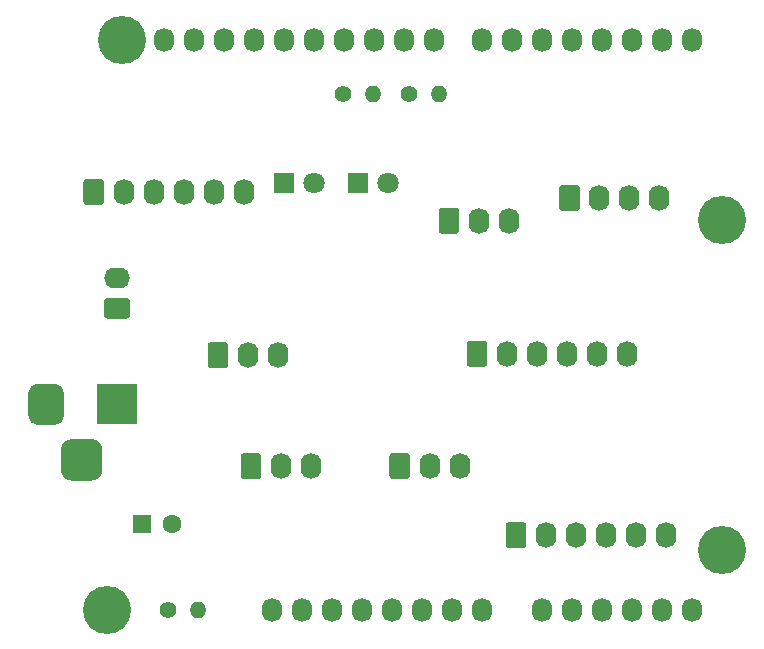
<source format=gbr>
G04 #@! TF.GenerationSoftware,KiCad,Pcbnew,(5.1.9-0-10_14)*
G04 #@! TF.CreationDate,2022-06-30T07:19:34+10:00*
G04 #@! TF.ProjectId,OH - Sim Control,4f48202d-2053-4696-9d20-436f6e74726f,rev?*
G04 #@! TF.SameCoordinates,Original*
G04 #@! TF.FileFunction,Soldermask,Top*
G04 #@! TF.FilePolarity,Negative*
%FSLAX46Y46*%
G04 Gerber Fmt 4.6, Leading zero omitted, Abs format (unit mm)*
G04 Created by KiCad (PCBNEW (5.1.9-0-10_14)) date 2022-06-30 07:19:34*
%MOMM*%
%LPD*%
G01*
G04 APERTURE LIST*
%ADD10O,1.740000X2.200000*%
%ADD11O,2.200000X1.740000*%
%ADD12C,1.400000*%
%ADD13O,1.400000X1.400000*%
%ADD14R,3.500000X3.500000*%
%ADD15C,1.800000*%
%ADD16R,1.800000X1.800000*%
%ADD17R,1.600000X1.600000*%
%ADD18C,1.600000*%
%ADD19O,1.727200X2.032000*%
%ADD20C,4.064000*%
G04 APERTURE END LIST*
D10*
X159004000Y-90906600D03*
X156464000Y-90906600D03*
G36*
G01*
X153054000Y-91756601D02*
X153054000Y-90056599D01*
G75*
G02*
X153303999Y-89806600I249999J0D01*
G01*
X154544001Y-89806600D01*
G75*
G02*
X154794000Y-90056599I0J-249999D01*
G01*
X154794000Y-91756601D01*
G75*
G02*
X154544001Y-92006600I-249999J0D01*
G01*
X153303999Y-92006600D01*
G75*
G02*
X153054000Y-91756601I0J249999D01*
G01*
G37*
D11*
X125832000Y-95783400D03*
G36*
G01*
X126682001Y-99193400D02*
X124981999Y-99193400D01*
G75*
G02*
X124732000Y-98943401I0J249999D01*
G01*
X124732000Y-97703399D01*
G75*
G02*
X124981999Y-97453400I249999J0D01*
G01*
X126682001Y-97453400D01*
G75*
G02*
X126932000Y-97703399I0J-249999D01*
G01*
X126932000Y-98943401D01*
G75*
G02*
X126682001Y-99193400I-249999J0D01*
G01*
G37*
D10*
X139446000Y-102286000D03*
X136906000Y-102286000D03*
G36*
G01*
X133496000Y-103136001D02*
X133496000Y-101435999D01*
G75*
G02*
X133745999Y-101186000I249999J0D01*
G01*
X134986001Y-101186000D01*
G75*
G02*
X135236000Y-101435999I0J-249999D01*
G01*
X135236000Y-103136001D01*
G75*
G02*
X134986001Y-103386000I-249999J0D01*
G01*
X133745999Y-103386000D01*
G75*
G02*
X133496000Y-103136001I0J249999D01*
G01*
G37*
D12*
X130150000Y-123825000D03*
D13*
X132690000Y-123825000D03*
D12*
X144932000Y-80137000D03*
D13*
X147472000Y-80137000D03*
D12*
X150520000Y-80137000D03*
D13*
X153060000Y-80137000D03*
D10*
X136550000Y-88468200D03*
X134010000Y-88468200D03*
X131470000Y-88468200D03*
X128930000Y-88468200D03*
X126390000Y-88468200D03*
G36*
G01*
X122980000Y-89318201D02*
X122980000Y-87618199D01*
G75*
G02*
X123229999Y-87368200I249999J0D01*
G01*
X124470001Y-87368200D01*
G75*
G02*
X124720000Y-87618199I0J-249999D01*
G01*
X124720000Y-89318201D01*
G75*
G02*
X124470001Y-89568200I-249999J0D01*
G01*
X123229999Y-89568200D01*
G75*
G02*
X122980000Y-89318201I0J249999D01*
G01*
G37*
X154838000Y-111683000D03*
X152298000Y-111683000D03*
G36*
G01*
X148888000Y-112533001D02*
X148888000Y-110832999D01*
G75*
G02*
X149137999Y-110583000I249999J0D01*
G01*
X150378001Y-110583000D01*
G75*
G02*
X150628000Y-110832999I0J-249999D01*
G01*
X150628000Y-112533001D01*
G75*
G02*
X150378001Y-112783000I-249999J0D01*
G01*
X149137999Y-112783000D01*
G75*
G02*
X148888000Y-112533001I0J249999D01*
G01*
G37*
X172314000Y-117526000D03*
X169774000Y-117526000D03*
X167234000Y-117526000D03*
X164694000Y-117526000D03*
X162154000Y-117526000D03*
G36*
G01*
X158744000Y-118376001D02*
X158744000Y-116675999D01*
G75*
G02*
X158993999Y-116426000I249999J0D01*
G01*
X160234001Y-116426000D01*
G75*
G02*
X160484000Y-116675999I0J-249999D01*
G01*
X160484000Y-118376001D01*
G75*
G02*
X160234001Y-118626000I-249999J0D01*
G01*
X158993999Y-118626000D01*
G75*
G02*
X158744000Y-118376001I0J249999D01*
G01*
G37*
X171755000Y-88976200D03*
X169215000Y-88976200D03*
X166675000Y-88976200D03*
G36*
G01*
X163265000Y-89826201D02*
X163265000Y-88126199D01*
G75*
G02*
X163514999Y-87876200I249999J0D01*
G01*
X164755001Y-87876200D01*
G75*
G02*
X165005000Y-88126199I0J-249999D01*
G01*
X165005000Y-89826201D01*
G75*
G02*
X164755001Y-90076200I-249999J0D01*
G01*
X163514999Y-90076200D01*
G75*
G02*
X163265000Y-89826201I0J249999D01*
G01*
G37*
X169012000Y-102184000D03*
X166472000Y-102184000D03*
X163932000Y-102184000D03*
X161392000Y-102184000D03*
X158852000Y-102184000D03*
G36*
G01*
X155442000Y-103034001D02*
X155442000Y-101333999D01*
G75*
G02*
X155691999Y-101084000I249999J0D01*
G01*
X156932001Y-101084000D01*
G75*
G02*
X157182000Y-101333999I0J-249999D01*
G01*
X157182000Y-103034001D01*
G75*
G02*
X156932001Y-103284000I-249999J0D01*
G01*
X155691999Y-103284000D01*
G75*
G02*
X155442000Y-103034001I0J249999D01*
G01*
G37*
X142240000Y-111683000D03*
X139700000Y-111683000D03*
G36*
G01*
X136290000Y-112533001D02*
X136290000Y-110832999D01*
G75*
G02*
X136539999Y-110583000I249999J0D01*
G01*
X137780001Y-110583000D01*
G75*
G02*
X138030000Y-110832999I0J-249999D01*
G01*
X138030000Y-112533001D01*
G75*
G02*
X137780001Y-112783000I-249999J0D01*
G01*
X136539999Y-112783000D01*
G75*
G02*
X136290000Y-112533001I0J249999D01*
G01*
G37*
G36*
G01*
X121082000Y-112026000D02*
X121082000Y-110276000D01*
G75*
G02*
X121957000Y-109401000I875000J0D01*
G01*
X123707000Y-109401000D01*
G75*
G02*
X124582000Y-110276000I0J-875000D01*
G01*
X124582000Y-112026000D01*
G75*
G02*
X123707000Y-112901000I-875000J0D01*
G01*
X121957000Y-112901000D01*
G75*
G02*
X121082000Y-112026000I0J875000D01*
G01*
G37*
G36*
G01*
X118332000Y-107451000D02*
X118332000Y-105451000D01*
G75*
G02*
X119082000Y-104701000I750000J0D01*
G01*
X120582000Y-104701000D01*
G75*
G02*
X121332000Y-105451000I0J-750000D01*
G01*
X121332000Y-107451000D01*
G75*
G02*
X120582000Y-108201000I-750000J0D01*
G01*
X119082000Y-108201000D01*
G75*
G02*
X118332000Y-107451000I0J750000D01*
G01*
G37*
D14*
X125832000Y-106451000D03*
D15*
X142545000Y-87706200D03*
D16*
X140005000Y-87706200D03*
D15*
X148793000Y-87706200D03*
D16*
X146253000Y-87706200D03*
D17*
X127965000Y-116561000D03*
D18*
X130465000Y-116561000D03*
D19*
X138938000Y-123825000D03*
X141478000Y-123825000D03*
X144018000Y-123825000D03*
X146558000Y-123825000D03*
X149098000Y-123825000D03*
X151638000Y-123825000D03*
X154178000Y-123825000D03*
X156718000Y-123825000D03*
X161798000Y-123825000D03*
X164338000Y-123825000D03*
X166878000Y-123825000D03*
X169418000Y-123825000D03*
X171958000Y-123825000D03*
X174498000Y-123825000D03*
X129794000Y-75565000D03*
X132334000Y-75565000D03*
X134874000Y-75565000D03*
X137414000Y-75565000D03*
X139954000Y-75565000D03*
X142494000Y-75565000D03*
X145034000Y-75565000D03*
X147574000Y-75565000D03*
X150114000Y-75565000D03*
X152654000Y-75565000D03*
X156718000Y-75565000D03*
X159258000Y-75565000D03*
X161798000Y-75565000D03*
X164338000Y-75565000D03*
X166878000Y-75565000D03*
X169418000Y-75565000D03*
X171958000Y-75565000D03*
X174498000Y-75565000D03*
D20*
X124968000Y-123825000D03*
X177038000Y-118745000D03*
X126238000Y-75565000D03*
X177038000Y-90805000D03*
M02*

</source>
